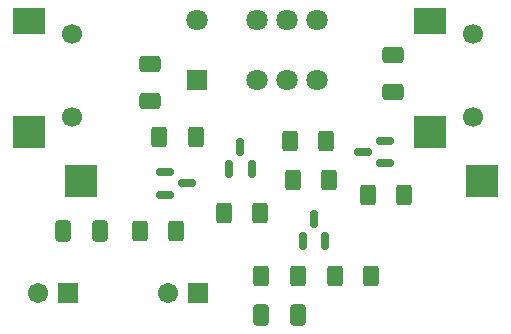
<source format=gts>
G04 #@! TF.GenerationSoftware,KiCad,Pcbnew,6.0.4-6f826c9f35~116~ubuntu20.04.1*
G04 #@! TF.CreationDate,2022-04-06T08:04:33-04:00*
G04 #@! TF.ProjectId,audiomute,61756469-6f6d-4757-9465-2e6b69636164,rev?*
G04 #@! TF.SameCoordinates,Original*
G04 #@! TF.FileFunction,Soldermask,Top*
G04 #@! TF.FilePolarity,Negative*
%FSLAX46Y46*%
G04 Gerber Fmt 4.6, Leading zero omitted, Abs format (unit mm)*
G04 Created by KiCad (PCBNEW 6.0.4-6f826c9f35~116~ubuntu20.04.1) date 2022-04-06 08:04:33*
%MOMM*%
%LPD*%
G01*
G04 APERTURE LIST*
G04 Aperture macros list*
%AMRoundRect*
0 Rectangle with rounded corners*
0 $1 Rounding radius*
0 $2 $3 $4 $5 $6 $7 $8 $9 X,Y pos of 4 corners*
0 Add a 4 corners polygon primitive as box body*
4,1,4,$2,$3,$4,$5,$6,$7,$8,$9,$2,$3,0*
0 Add four circle primitives for the rounded corners*
1,1,$1+$1,$2,$3*
1,1,$1+$1,$4,$5*
1,1,$1+$1,$6,$7*
1,1,$1+$1,$8,$9*
0 Add four rect primitives between the rounded corners*
20,1,$1+$1,$2,$3,$4,$5,0*
20,1,$1+$1,$4,$5,$6,$7,0*
20,1,$1+$1,$6,$7,$8,$9,0*
20,1,$1+$1,$8,$9,$2,$3,0*%
G04 Aperture macros list end*
%ADD10RoundRect,0.250000X-0.400000X-0.625000X0.400000X-0.625000X0.400000X0.625000X-0.400000X0.625000X0*%
%ADD11RoundRect,0.150000X0.150000X-0.587500X0.150000X0.587500X-0.150000X0.587500X-0.150000X-0.587500X0*%
%ADD12RoundRect,0.250000X0.412500X0.650000X-0.412500X0.650000X-0.412500X-0.650000X0.412500X-0.650000X0*%
%ADD13R,1.714500X1.714500*%
%ADD14C,1.714500*%
%ADD15RoundRect,0.250000X0.650000X-0.412500X0.650000X0.412500X-0.650000X0.412500X-0.650000X-0.412500X0*%
%ADD16R,1.800000X1.800000*%
%ADD17C,1.800000*%
%ADD18RoundRect,0.250000X-0.412500X-0.650000X0.412500X-0.650000X0.412500X0.650000X-0.412500X0.650000X0*%
%ADD19C,1.700000*%
%ADD20R,2.800000X2.200000*%
%ADD21R,2.800000X2.800000*%
%ADD22RoundRect,0.150000X-0.587500X-0.150000X0.587500X-0.150000X0.587500X0.150000X-0.587500X0.150000X0*%
%ADD23RoundRect,0.150000X0.587500X0.150000X-0.587500X0.150000X-0.587500X-0.150000X0.587500X-0.150000X0*%
%ADD24RoundRect,0.250000X0.400000X0.625000X-0.400000X0.625000X-0.400000X-0.625000X0.400000X-0.625000X0*%
G04 APERTURE END LIST*
D10*
X112496000Y-99822000D03*
X115596000Y-99822000D03*
D11*
X109794000Y-96822500D03*
X111694000Y-96822500D03*
X110744000Y-94947500D03*
X103571000Y-90726500D03*
X105471000Y-90726500D03*
X104521000Y-88851500D03*
D12*
X109385500Y-103124000D03*
X106260500Y-103124000D03*
D13*
X100965000Y-101219000D03*
D14*
X98425000Y-101219000D03*
D10*
X108686000Y-88392000D03*
X111786000Y-88392000D03*
D15*
X96901000Y-85001500D03*
X96901000Y-81876500D03*
D16*
X100865000Y-83185000D03*
D17*
X105945000Y-83185000D03*
X108485000Y-83185000D03*
X111025000Y-83185000D03*
X111025000Y-78105000D03*
X108485000Y-78105000D03*
X105945000Y-78105000D03*
X100865000Y-78105000D03*
D18*
X89496500Y-96012000D03*
X92621500Y-96012000D03*
D10*
X95986000Y-96012000D03*
X99086000Y-96012000D03*
X97637000Y-88011000D03*
X100737000Y-88011000D03*
X115290000Y-92964000D03*
X118390000Y-92964000D03*
D19*
X124240000Y-86310000D03*
X124240000Y-79310000D03*
D20*
X120540000Y-78210000D03*
D21*
X120540000Y-87610000D03*
X124990000Y-91710000D03*
D10*
X103098000Y-94488000D03*
X106198000Y-94488000D03*
D22*
X98122500Y-90998000D03*
X98122500Y-92898000D03*
X99997500Y-91948000D03*
D19*
X90297000Y-79308000D03*
X90297000Y-86308000D03*
D20*
X86597000Y-78208000D03*
D21*
X86597000Y-87608000D03*
X91047000Y-91708000D03*
D10*
X106273000Y-99822000D03*
X109373000Y-99822000D03*
D23*
X116761500Y-90231000D03*
X116761500Y-88331000D03*
X114886500Y-89281000D03*
D13*
X89911000Y-101219000D03*
D14*
X87371000Y-101219000D03*
D15*
X117475000Y-84239500D03*
X117475000Y-81114500D03*
D24*
X112040000Y-91694000D03*
X108940000Y-91694000D03*
M02*

</source>
